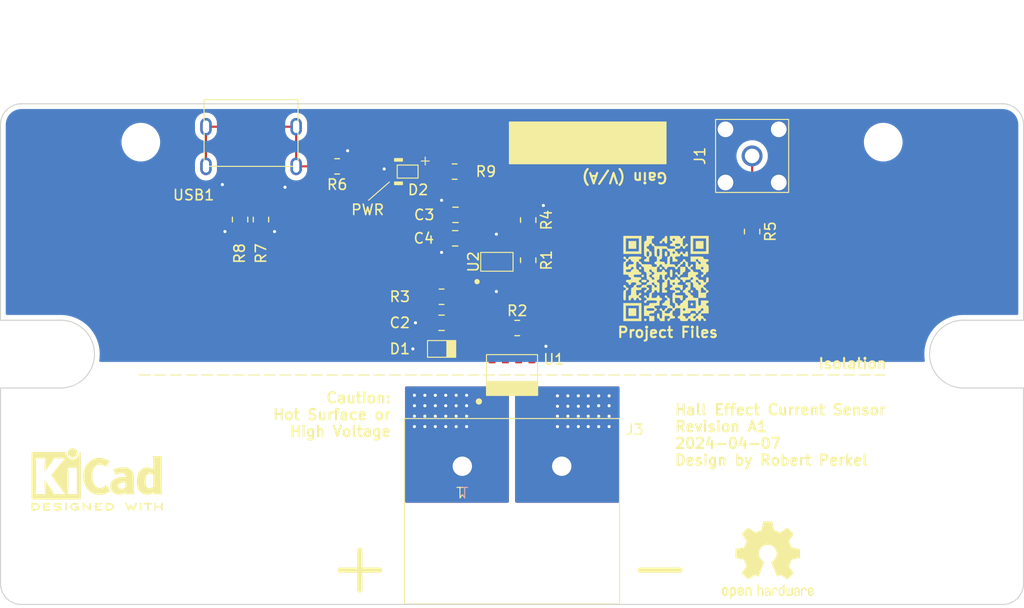
<source format=kicad_pcb>
(kicad_pcb (version 20240108) (generator "pcbnew") (generator_version "8.0")
  (title_block (title "Hall Effect Current Sensor") (date "2024-04-07") (rev "A1") (company "Design by Robert Perkel"))
  (layers (0 "F.Cu" signal) (31 "B.Cu" signal) (34 "B.Paste" user) (35 "F.Paste" user) (36 "B.SilkS" user "B.Silkscreen") (37 "F.SilkS" user "F.Silkscreen") (38 "B.Mask" user) (39 "F.Mask" user) (44 "Edge.Cuts" user))
  (net 0 "")
  (net 1 "Net-(D1-K)")
  (net 2 "GND")
  (net 3 "Net-(J1-In)")
  (net 5 "+5V")
  (net 6 "/SENSOR_OUT")
  (net 7 "Net-(D2-A)")
  (net 8 "Net-(U2-VOUT)")
  (net 9 "/IP+")
  (net 10 "/IP-")
  (net 11 "Net-(U2-IN-)")
  (net 12 "Net-(USB1-SHIELD)")
  (net 13 "Net-(USB1-CC1)")
  (net 14 "Net-(USB1-CC2)")
  (footprint "Resistor_SMD:R_0805_2012Metric_Pad1.20x1.40mm_HandSolder" (layer "F.Cu") (at 148.55 107 -90)
    (property "Reference" "R1" (at 0 -1.75 90) (layer "F.SilkS"))
    (property "Value" "910")
    (pad "1" smd roundrect (at -1 0 270) (size 1.2 1.4) (layers "F.Cu" "F.Paste" "F.Mask") (roundrect_rratio 0.208333) (net 11 "Net-(U2-IN-)"))
    (pad "2" smd roundrect (at 1 0 270) (size 1.2 1.4) (layers "F.Cu" "F.Paste" "F.Mask") (roundrect_rratio 0.208333) (net 8 "Net-(U2-VOUT)"))
  )
  (footprint "Resistor_SMD:R_0805_2012Metric_Pad1.20x1.40mm_HandSolder" (layer "F.Cu") (at 122.95 103.1 -90)
    (property "Reference" "R7" (at 3.25 0 90) (layer "F.SilkS"))
    (property "Value" "5.1k")
    (pad "1" smd roundrect (at -1 0 270) (size 1.2 1.4) (layers "F.Cu" "F.Paste" "F.Mask") (roundrect_rratio 0.208333) (net 13 "Net-(USB1-CC1)"))
    (pad "2" smd roundrect (at 1 0 270) (size 1.2 1.4) (layers "F.Cu" "F.Paste" "F.Mask") (roundrect_rratio 0.208333) (net 2 "GND"))
  )
  (footprint "Capacitor_SMD:C_0805_2012Metric_Pad1.18x1.45mm_HandSolder" (layer "F.Cu") (at 141.5875 102.65)
    (property "Reference" "C3" (at -3 0 360) (layer "F.SilkS"))
    (property "Value" "0.1uF")
    (pad "1" smd roundrect (at -1.0375 0) (size 1.175 1.45) (layers "F.Cu" "F.Paste" "F.Mask") (roundrect_rratio 0.212766) (net 2 "GND"))
    (pad "2" smd roundrect (at 1.0375 0) (size 1.175 1.45) (layers "F.Cu" "F.Paste" "F.Mask") (roundrect_rratio 0.212766) (net 5 "+5V"))
  )
  (footprint "Capacitor_SMD:C_0805_2012Metric_Pad1.18x1.45mm_HandSolder" (layer "F.Cu") (at 141.55 104.9)
    (property "Reference" "C4" (at -3 0 360) (layer "F.SilkS"))
    (property "Value" "10uF")
    (pad "1" smd roundrect (at -1.0375 0) (size 1.175 1.45) (layers "F.Cu" "F.Paste" "F.Mask") (roundrect_rratio 0.212766) (net 2 "GND"))
    (pad "2" smd roundrect (at 1.0375 0) (size 1.175 1.45) (layers "F.Cu" "F.Paste" "F.Mask") (roundrect_rratio 0.212766) (net 5 "+5V"))
  )
  (footprint "Resistor_SMD:R_0805_2012Metric_Pad1.20x1.40mm_HandSolder" (layer "F.Cu") (at 130.25 98 180)
    (property "Reference" "R6" (at 0 -1.75 180) (layer "F.SilkS"))
    (property "Value" "0")
    (pad "1" smd roundrect (at -1 0 180) (size 1.2 1.4) (layers "F.Cu" "F.Paste" "F.Mask") (roundrect_rratio 0.208333) (net 2 "GND"))
    (pad "2" smd roundrect (at 1 0 180) (size 1.2 1.4) (layers "F.Cu" "F.Paste" "F.Mask") (roundrect_rratio 0.208333) (net 12 "Net-(USB1-SHIELD)"))
  )
  (footprint "Symbol:OSHW-Logo2_9.8x8mm_SilkScreen" (layer "F.Cu") (at 171.5 135.75)
    (property "Reference" "REF**" (hide yes))
    (property "Value" "OSHW-Logo2_9.8x8mm_SilkScreen" (hide yes))
  )
  (footprint "StandardPackages_Custom:SOT23-6" (layer "F.Cu") (at 145.55 107.15 90)
    (property "Reference" "U2" (at 0 -2.25 90) (layer "F.SilkS"))
    (property "Value" "MCP633" (hide yes))
    (pad "1" smd rect (at -1.4 -0.95 90) (size 1.1 0.6) (layers "F.Cu" "F.Paste" "F.Mask") (net 8 "Net-(U2-VOUT)"))
    (pad "2" smd rect (at -1.4 0 90) (size 1.1 0.6) (layers "F.Cu" "F.Paste" "F.Mask") (net 2 "GND"))
    (pad "3" smd rect (at -1.4 0.95 90) (size 1.1 0.6) (layers "F.Cu" "F.Paste" "F.Mask") (net 6 "/SENSOR_OUT"))
    (pad "4" smd rect (at 1.4 0.95 90) (size 1.1 0.6) (layers "F.Cu" "F.Paste" "F.Mask") (net 11 "Net-(U2-IN-)"))
    (pad "5" smd rect (at 1.4 0 90) (size 1.1 0.6) (layers "F.Cu" "F.Paste" "F.Mask") (net 2 "GND"))
    (pad "6" smd rect (at 1.4 -0.95 90) (size 1.1 0.6) (layers "F.Cu" "F.Paste" "F.Mask") (net 5 "+5V"))
  )
  (footprint "Current Sensor PCB Library:10164359-00011LF" (layer "F.Cu") (at 122 98 180)
    (property "Reference" "USB1" (at 5.5 -2.75 0) (layer "F.SilkS"))
    (property "Value" "USB_C_Receptacle_PowerOnly_6P" (hide yes))
    (pad "A5" smd rect (at -0.5 0 180) (size 0.7 1.2) (layers "F.Cu" "F.Paste" "F.Mask") (net 13 "Net-(USB1-CC1)"))
    (pad "A9" smd rect (at 1.52 0 180) (size 0.76 1.2) (layers "F.Cu" "F.Paste" "F.Mask") (net 5 "+5V"))
    (pad "A12" smd rect (at 2.75 0 180) (size 0.8 1.2) (layers "F.Cu" "F.Paste" "F.Mask") (net 2 "GND"))
    (pad "B5" smd rect (at 0.5 0 180) (size 0.7 1.2) (layers "F.Cu" "F.Paste" "F.Mask") (net 14 "Net-(USB1-CC2)"))
    (pad "B9" smd rect (at -1.52 0 180) (size 0.76 1.2) (layers "F.Cu" "F.Paste" "F.Mask") (net 5 "+5V"))
    (pad "B12" smd rect (at -2.75 0 180) (size 0.8 1.2) (layers "F.Cu" "F.Paste" "F.Mask") (net 2 "GND"))
    (pad "S1" thru_hole roundrect (at -4.32 0) (size 1.1 1.7) (drill oval 0.6 1.2) (layers "*.Cu" "*.Mask") (roundrect_rratio 0.5) (net 12 "Net-(USB1-SHIELD)"))
    (pad "S1" thru_hole roundrect (at -4.32 3.8) (size 1.1 1.7) (drill oval 0.6 1.2) (layers "*.Cu" "*.Mask") (roundrect_rratio 0.5) (net 12 "Net-(USB1-SHIELD)"))
    (pad "S1" thru_hole roundrect (at 4.32 0) (size 1.1 1.7) (drill oval 0.6 1.2) (layers "*.Cu" "*.Mask") (roundrect_rratio 0.5) (net 12 "Net-(USB1-SHIELD)"))
    (pad "S1" thru_hole roundrect (at 4.32 3.8) (size 1.1 1.7) (drill oval 0.6 1.2) (layers "*.Cu" "*.Mask") (roundrect_rratio 0.5) (net 12 "Net-(USB1-SHIELD)"))
  )
  (footprint "MountingHole:MountingHole_3.2mm_M3_ISO14580" (layer "F.Cu") (at 182.56 95.68)
    (property "Reference" "REF**" (hide yes))
    (property "Value" "MountingHole_3.2mm_M3_ISO14580" (hide yes))
    (pad "" np_thru_hole circle (at 0 0) (size 3.2 3.2) (drill 3.2) (layers "F&B.Cu" "*.Mask"))
  )
  (footprint "Current Sensor PCB Library:CONSMA002-L-G" (layer "F.Cu") (at 170 97 90)
    (property "Reference" "J1" (at 0 -5 90) (layer "F.SilkS"))
    (property "Value" "SMA" (hide yes))
    (pad "1" thru_hole circle (at 0 0 90) (size 2 2) (drill 1.4) (layers "*.Cu" "*.Mask") (net 3 "Net-(J1-In)"))
    (pad "2" thru_hole circle (at -2.55 -2.55 90) (size 2.1 2.1) (drill 1.5) (layers "*.Cu" "*.Mask") (net 2 "GND"))
    (pad "2" thru_hole circle (at -2.55 2.55 90) (size 2.1 2.1) (drill 1.5) (layers "*.Cu" "*.Mask") (net 2 "GND"))
    (pad "2" thru_hole circle (at 2.55 -2.55 90) (size 2.1 2.1) (drill 1.5) (layers "*.Cu" "*.Mask") (net 2 "GND"))
    (pad "2" thru_hole circle (at 2.55 2.55 90) (size 2.1 2.1) (drill 1.5) (layers "*.Cu" "*.Mask") (net 2 "GND"))
  )
  (footprint "LOGO" (layer "F.Cu") (at 161.75 108.75)
    (property "Reference" "G***" (hide yes))
    (property "Value" "LOGO" (hide yes))
  )
  (footprint "StandardPackages_Custom:LED 0805" (layer "F.Cu") (at 137 98.5)
    (property "Reference" "D2" (at 1 1.75 0) (layer "F.SilkS"))
    (property "Value" "LED" (hide yes))
    (fp_text user "+" (at 1 -0.5 0) (layer "F.SilkS") (effects (font (thickness 0.1)) (justify left bottom)))
    (pad "1" smd rect (at -0.9 0 180) (size 0.8 1.45) (layers "F.Cu" "F.Paste" "F.Mask") (net 2 "GND"))
    (pad "2" smd rect (at 0.9 0 180) (size 0.8 1.45) (layers "F.Cu" "F.Paste" "F.Mask") (net 7 "Net-(D2-A)"))
  )
  (footprint "Symbol:KiCad-Logo2_5mm_SilkScreen" (layer "F.Cu") (at 107.25 128)
    (property "Reference" "REF**" (hide yes))
    (property "Value" "KiCad-Logo2_5mm_SilkScreen" (hide yes))
  )
  (footprint "MountingHole:MountingHole_3.2mm_M3_ISO14580" (layer "F.Cu") (at 111.44 136.32)
    (property "Reference" "REF**" (hide yes))
    (property "Value" "MountingHole_3.2mm_M3_ISO14580" (hide yes))
    (pad "" np_thru_hole circle (at 0 0) (size 3.2 3.2) (drill 3.2) (layers "*.Cu" "*.Mask"))
  )
  (footprint "Capacitor_SMD:C_0805_2012Metric_Pad1.18x1.45mm_HandSolder" (layer "F.Cu") (at 140.25 113)
    (property "Reference" "C2" (at -4 0 360) (layer "F.SilkS"))
    (property "Value" "0.1uF")
    (pad "1" smd roundrect (at -1.0375 0) (size 1.175 1.45) (layers "F.Cu" "F.Paste" "F.Mask") (roundrect_rratio 0.212766) (net 2 "GND"))
    (pad "2" smd roundrect (at 1.0375 0) (size 1.175 1.45) (layers "F.Cu" "F.Paste" "F.Mask") (roundrect_rratio 0.212766) (net 1 "Net-(D1-K)"))
  )
  (footprint "Resistor_SMD:R_0805_2012Metric_Pad1.20x1.40mm_HandSolder" (layer "F.Cu") (at 141.5 98.5 180)
    (property "Reference" "R9" (at -3 0 180) (layer "F.SilkS"))
    (property "Value" "1.8k")
    (pad "1" smd roundrect (at -1 0 180) (size 1.2 1.4) (layers "F.Cu" "F.Paste" "F.Mask") (roundrect_rratio 0.208333) (net 5 "+5V"))
    (pad "2" smd roundrect (at 1 0 180) (size 1.2 1.4) (layers "F.Cu" "F.Paste" "F.Mask") (roundrect_rratio 0.208333) (net 7 "Net-(D2-A)"))
  )
  (footprint "MountingHole:MountingHole_3.2mm_M3_ISO14580" (layer "F.Cu") (at 182.56 136.32)
    (property "Reference" "REF**" (hide yes))
    (property "Value" "MountingHole_3.2mm_M3_ISO14580" (hide yes))
    (pad "" np_thru_hole circle (at 0 0) (size 3.2 3.2) (drill 3.2) (layers "F&B.Cu" "*.Mask"))
  )
  (footprint "Resistor_SMD:R_0805_2012Metric_Pad1.20x1.40mm_HandSolder" (layer "F.Cu") (at 148.55 103.15 -90)
    (property "Reference" "R4" (at 0 -1.75 90) (layer "F.SilkS"))
    (property "Value" "1.8k")
    (pad "1" smd roundrect (at -1 0 270) (size 1.2 1.4) (layers "F.Cu" "F.Paste" "F.Mask") (roundrect_rratio 0.208333) (net 2 "GND"))
    (pad "2" smd roundrect (at 1 0 270) (size 1.2 1.4) (layers "F.Cu" "F.Paste" "F.Mask") (roundrect_rratio 0.208333) (net 11 "Net-(U2-IN-)"))
  )
  (footprint "Current Sensor PCB Library:6PCV-02-007" (layer "F.Cu") (at 147 126.75)
    (property "Reference" "J3" (at 11.75 -3.5 0) (layer "F.SilkS"))
    (property "Value" "Screw_Terminal_01x02" (hide yes))
    (fp_text user "1" (at -5.08 1.905 180) (layer "B.SilkS") (effects (font (thickness 0.1)) (justify left bottom mirror)))
    (fp_text user "1" (at -4.445 1.905 180) (layer "F.SilkS") (effects (font (thickness 0.1)) (justify left bottom)))
    (pad "1" thru_hole circle (at -4.7625 0 90) (size 2.54 2.54) (drill 1.8542) (layers "*.Cu" "*.Mask") (net 9 "/IP+"))
    (pad "2" thru_hole circle (at 4.7625 0 90) (size 2.54 2.54) (drill 1.8542) (layers "*.Cu" "*.Mask") (net 10 "/IP-"))
  )
  (footprint "Resistor_SMD:R_0805_2012Metric_Pad1.20x1.40mm_HandSolder" (layer "F.Cu") (at 120.95 103.1 -90)
    (property "Reference" "R8" (at 3.25 0.05 90) (layer "F.SilkS"))
    (property "Value" "5.1k")
    (pad "1" smd roundrect (at -1 0 270) (size 1.2 1.4) (layers "F.Cu" "F.Paste" "F.Mask") (roundrect_rratio 0.208333) (net 14 "Net-(USB1-CC2)"))
    (pad "2" smd roundrect (at 1 0 270) (size 1.2 1.4) (layers "F.Cu" "F.Paste" "F.Mask") (roundrect_rratio 0.208333) (net 2 "GND"))
  )
  (footprint "MountingHole:MountingHole_3.2mm_M3_ISO14580" (layer "F.Cu") (at 111.44 95.68)
    (property "Reference" "REF**" (hide yes))
    (property "Value" "MountingHole_3.2mm_M3_ISO14580" (hide yes))
    (pad "" np_thru_hole circle (at 0 0) (size 3.2 3.2) (drill 3.2) (layers "F&B.Cu" "*.Mask"))
  )
  (footprint "Resistor_SMD:R_0805_2012Metric_Pad1.20x1.40mm_HandSolder" (layer "F.Cu") (at 147.5 113.5)
    (property "Reference" "R2" (at 0 -1.65 360) (layer "F.SilkS"))
    (property "Value" "100k")
    (pad "1" smd roundrect (at -1 0) (size 1.2 1.4) (layers "F.Cu" "F.Paste" "F.Mask") (roundrect_rratio 0.208333) (net 6 "/SENSOR_OUT"))
    (pad "2" smd roundrect (at 1 0) (size 1.2 1.4) (layers "F.Cu" "F.Paste" "F.Mask") (roundrect_rratio 0.208333) (net 2 "GND"))
  )
  (footprint "Resistor_SMD:R_0805_2012Metric_Pad1.20x1.40mm_HandSolder" (layer "F.Cu") (at 140.25 110.5 180)
    (property "Reference" "R3" (at 4 0 180) (layer "F.SilkS"))
    (property "Value" "50")
    (pad "1" smd roundrect (at -1 0 180) (size 1.2 1.4) (layers "F.Cu" "F.Paste" "F.Mask") (roundrect_rratio 0.208333) (net 1 "Net-(D1-K)"))
    (pad "2" smd roundrect (at 1 0 180) (size 1.2 1.4) (layers "F.Cu" "F.Paste" "F.Mask") (roundrect_rratio 0.208333) (net 5 "+5V"))
  )
  (footprint "Resistor_SMD:R_0805_2012Metric_Pad1.20x1.40mm_HandSolder" (layer "F.Cu") (at 170 104.25 90)
    (property "Reference" "R5" (at 0 1.75 270) (layer "F.SilkS"))
    (property "Value" "50")
    (pad "1" smd roundrect (at -1 0 90) (size 1.2 1.4) (layers "F.Cu" "F.Paste" "F.Mask") (roundrect_rratio 0.208333) (net 8 "Net-(U2-VOUT)"))
    (pad "2" smd roundrect (at 1 0 90) (size 1.2 1.4) (layers "F.Cu" "F.Paste" "F.Mask") (roundrect_rratio 0.208333) (net 3 "Net-(J1-In)"))
  )
  (footprint "StandardPackages_Custom:SOT-123" (layer "F.Cu") (at 140.25 115.5 180)
    (property "Reference" "D1" (at 4 0 0) (layer "F.SilkS"))
    (property "Value" "MMSZ4684T1G" (hide yes))
    (pad "1" smd rect (at -1.635 0 180) (size 0.91 1.22) (layers "F.Cu" "F.Paste" "F.Mask") (net 1 "Net-(D1-K)"))
    (pad "2" smd rect (at 1.635 0 180) (size 0.91 1.22) (layers "F.Cu" "F.Paste" "F.Mask") (net 2 "GND"))
  )
  (footprint "Current Sensor PCB Library:Custom 6-pin SOIC (only for ACS37030ACS37032)" (layer "F.Cu") (at 147 118 90)
    (property "Reference" "U1" (at 1.5 4 0) (layer "F.SilkS"))
    (property "Value" "ACS37030" (hide yes))
    (pad "1" smd rect (at -1.905 -1.27 90) (size 1.58 1.92) (layers "F.Cu" "F.Paste" "F.Mask") (net 9 "/IP+"))
    (pad "2" smd rect (at -1.905 1.27 90) (size 1.58 1.92) (layers "F.Cu" "F.Paste" "F.Mask") (net 10 "/IP-"))
    (pad "3" smd rect (at 1.905 1.905 90) (size 1.58 0.65) (layers "F.Cu" "F.Paste" "F.Mask") (net 2 "GND"))
    (pad "4" smd rect (at 1.905 0.635 90) (size 1.58 0.65) (layers "F.Cu" "F.Paste" "F.Mask"))
    (pad "5" smd rect (at 1.905 -0.635 90) (size 1.58 0.65) (layers "F.Cu" "F.Paste" "F.Mask") (net 6 "/SENSOR_OUT"))
    (pad "6" smd rect (at 1.905 -1.905 90) (size 1.58 0.65) (layers "F.Cu" "F.Paste" "F.Mask") (net 1 "Net-(D1-K)"))
  )
  (gr_line (start 111.25 118) (end 182.75 118) (stroke (width 0.1) (type dash)) (layer "F.SilkS"))
  (gr_rect (start 146.75 93.75) (end 161.75 97.75) (stroke (width 0.1)) (fill solid) (layer "F.SilkS"))
  (gr_line (start 135.25 99.5) (end 133.25 101.25) (stroke (width 0.1)) (layer "F.SilkS"))
  (gr_line (start 103.75 112.75) (end 98 112.75) (stroke (width 0.1)) (layer "Edge.Cuts"))
  (gr_line (start 196 119.25) (end 196 138) (stroke (width 0.1)) (layer "Edge.Cuts"))
  (gr_line (start 190.25 119.25) (end 196 119.25) (stroke (width 0.1)) (layer "Edge.Cuts"))
  (gr_arc (start 194 92) (mid 195.414214 92.585786) (end 196 94) (stroke (width 0.1)) (layer "Edge.Cuts"))
  (gr_arc (start 100 140) (mid 98.585786 139.414214) (end 98 138) (stroke (width 0.1)) (layer "Edge.Cuts"))
  (gr_line (start 100 140) (end 194 140) (stroke (width 0.1)) (layer "Edge.Cuts"))
  (gr_line (start 196 94) (end 196 112.75) (stroke (width 0.1)) (layer "Edge.Cuts"))
  (gr_line (start 98 138) (end 98 119.25) (stroke (width 0.1)) (layer "Edge.Cuts"))
  (gr_line (start 98 119.25) (end 103.75 119.25) (stroke (width 0.1)) (layer "Edge.Cuts"))
  (gr_arc (start 103.75 112.75) (mid 107 116) (end 103.75 119.25) (stroke (width 0.1)) (layer "Edge.Cuts"))
  (gr_line (start 98 112.75) (end 98 94) (stroke (width 0.1)) (layer "Edge.Cuts"))
  (gr_line (start 196 112.75) (end 190.25 112.75) (stroke (width 0.1)) (layer "Edge.Cuts"))
  (gr_line (start 100 92) (end 194 92) (stroke (width 0.1)) (layer "Edge.Cuts"))
  (gr_arc (start 196 138) (mid 195.414214 139.414214) (end 194 140) (stroke (width 0.1)) (layer "Edge.Cuts"))
  (gr_arc (start 98 94) (mid 98.585786 92.585786) (end 100 92) (stroke (width 0.1)) (layer "Edge.Cuts"))
  (gr_arc (start 190.25 119.25) (mid 187 116) (end 190.25 112.75) (stroke (width 0.1)) (layer "Edge.Cuts"))
  (gr_text "${TITLE}\nRevision ${REVISION}\n${ISSUE_DATE}\nDesign by Robert Perkel" (at 162.5 126.75 0) (layer "F.SilkS") (effects (font (size 1 1) (thickness 0.2) (bold yes)) (justify left bottom)))
  (gr_text "+" (at 129 139.25 0) (layer "F.SilkS") (effects (font (size 5 5) (thickness 0.5)) (justify left bottom)))
  (gr_text "Gain (V/A)" (at 162 98.5 180) (layer "F.SilkS") (effects (font (size 1 1) (thickness 0.2) (bold yes)) (justify left bottom)))
  (gr_text "Project Files" (at 157 114.5 0) (layer "F.SilkS") (effects (font (size 1 1) (thickness 0.2) (bold yes)) (justify left bottom)))
  (gr_text "Isolation" (at 176.25 117.5 0) (layer "F.SilkS") (effects (font (size 1 1) (thickness 0.2) (bold yes)) (justify left bottom)))
  (gr_text "PWR" (at 131.5 102.75 0) (layer "F.SilkS") (effects (font (size 1 1)) (justify left bottom)))
  (gr_text "-" (at 157.75 139.25 0) (layer "F.SilkS") (effects (font (size 5 5) (thickness 0.5)) (justify left bottom)))
  (gr_text "Caution:\nHot Surface or\nHigh Voltage" (at 135.5 124 0) (layer "F.SilkS") (effects (font (size 1 1) (thickness 0.2) (bold yes)) (justify right bottom)))
  (segment (start 141.2875 114.9025) (end 141.885 115.5) (width 0.4) (layer "F.Cu") (net 1))
  (segment (start 141.2875 113) (end 141.2875 110.5375) (width 0.4) (layer "F.Cu") (net 1))
  (segment (start 142.48 116.095) (end 141.885 115.5) (width 0.4) (layer "F.Cu") (net 1))
  (segment (start 145.095 116.095) (end 142.48 116.095) (width 0.4) (layer "F.Cu") (net 1))
  (segment (start 141.2875 113) (end 141.2875 114.9025) (width 0.4) (layer "F.Cu") (net 1))
  (segment (start 141.2875 110.5375) (end 141.25 110.5) (width 0.4) (layer "F.Cu") (net 1))
  (segment (start 135 98.5) (end 136.35 98.5) (width 0.2) (layer "F.Cu") (net 2))
  (segment (start 119.65 104.1) (end 119.5 104.25) (width 0.2) (layer "F.Cu") (net 2))
  (segment (start 124.75 98) (end 124.75 99.5) (width 0.4) (layer "F.Cu") (net 2))
  (segment (start 149.6 102.15) (end 150 101.75) (width 0.4) (layer "F.Cu") (net 2))
  (segment (start 124.1 104.1) (end 124.25 104.25) (width 0.2) (layer "F.Cu") (net 2))
  (segment (start 140.5125 104.9) (end 140.5125 105.9875) (width 0.4) (layer "F.Cu") (net 2))
  (segment (start 145.55 108.55) (end 145.55 109.95) (width 0.4) (layer "F.Cu") (net 2))
  (segment (start 119.25 98) (end 119.25 99.75) (width 0.4) (layer "F.Cu") (net 2))
  (segment (start 140.55 101.55) (end 140.25 101.25) (width 0.4) (layer "F.Cu") (net 2))
  (segment (start 149 116) (end 148.905 116.095) (width 0.2) (layer "F.Cu") (net 2))
  (segment (start 148.905 116.095) (end 149.405 116.095) (width 0.2) (layer "F.Cu") (net 2))
  (segment (start 140.55 102.65) (end 140.55 104.8625) (width 0.4) (layer "F.Cu") (net 2))
  (segment (start 122.95 104.1) (end 124.1 104.1) (width 0.2) (layer "F.Cu") (net 2))
  (segment (start 134.75 98.25) (end 135 98.5) (width 0.2) (layer "F.Cu") (net 2))
  (segment (start 148.55 102.15) (end 149.6 102.15) (width 0.4) (layer "F.Cu") (net 2))
  (segment (start 145.55 105.75) (end 145.55 104.55) (width 0.2) (layer "F.Cu") (net 2))
  (segment (start 139.2125 113) (end 137.75 113) (width 0.2) (layer "F.Cu") (net 2))
  (segment (start 120.95 104.1) (end 119.65 104.1) (width 0.2) (layer "F.Cu") (net 2))
  (segment (start 124.75 99.5) (end 125.25 100) (width 0.4) (layer "F.Cu") (net 2))
  (segment (start 145.55 104.55) (end 145.5 104.5) (width 0.2) (layer "F.Cu") (net 2))
  (segment (start 131.25 98) (end 131.25 96.5) (width 0.2) (layer "F.Cu") (net 2))
  (segment (start 149.405 116.095) (end 150.25 115.25) (width 0.2) (layer "F.Cu") (net 2))
  (segment (start 148.5 113.5) (end 149 114) (width 0.2) (layer "F.Cu") (net 2))
  (segment (start 140.55 104.8625) (end 140.5125 104.9) (width 0.4) (layer "F.Cu") (net 2))
  (segment (start 140.5125 105.9875) (end 140.25 106.25) (width 0.4) (layer "F.Cu") (net 2))
  (segment (start 149 114) (end 149 116) (width 0.2) (layer "F.Cu") (net 2))
  (segment (start 138.615 115.5) (end 137.5 115.5) (width 0.2) (layer "F.Cu") (net 2))
  (segment (start 145.55 109.95) (end 145.5 110) (width 0.4) (layer "F.Cu") (net 2))
  (segment (start 140.55 102.65) (end 140.55 101.55) (width 0.4) (layer "F.Cu") (net 2))
  (via (at 134.75 98.25) (size 0.6) (drill 0.3) (layers "F.Cu" "B.Cu") (net 2))
  (via (at 140.25 106.25) (size 0.6) (drill 0.3) (layers "F.Cu" "B.Cu") (net 2))
  (via (at 140.25 101.25) (size 0.6) (drill 0.3) (layers "F.Cu" "B.Cu") (net 2))
  (via (at 145.5 110) (size 0.6) (drill 0.3) (layers "F.Cu" "B.Cu") (net 2))
  (via (at 124.25 104.25) (size 0.6) (drill 0.3) (layers "F.Cu" "B.Cu") (net 2))
  (via (at 119.5 104.25) (size 0.6) (drill 0.3) (layers "F.Cu" "B.Cu") (net 2))
  (via (at 125.25 100) (size 0.6) (drill 0.3) (layers "F.Cu" "B.Cu") (net 2))
  (via (at 145.5 104.5) (size 0.6) (drill 0.3) (layers "F.Cu" "B.Cu") (net 2))
  (via (at 150 101.75) (size 0.6) (drill 0.3) (layers "F.Cu" "B.Cu") (net 2))
  (via (at 137.75 113) (size 0.6) (drill 0.3) (layers "F.Cu" "B.Cu") (net 2))
  (via (at 119.25 99.75) (size 0.6) (drill 0.3) (layers "F.Cu" "B.Cu") (net 2))
  (via (at 150.25 115.25) (size 0.6) (drill 0.3) (layers "F.Cu" "B.Cu") (net 2))
  (via (at 137.5 115.5) (size 0.6) (drill 0.3) (layers "F.Cu" "B.Cu") (net 2))
  (via (at 131.25 96.5) (size 0.6) (drill 0.3) (layers "F.Cu" "B.Cu") (net 2))
  (segment (start 170 103.25) (end 170 97) (width 0.2) (layer "F.Cu") (net 3))
  (segment (start 120.48 97.27) (end 121 96.75) (width 0.4) (layer "F.Cu") (net 5))
  (segment (start 142.625 102.65) (end 142.625 104.8625) (width 0.4) (layer "F.Cu") (net 5))
  (segment (start 142.625 104.8625) (end 142.5875 104.9) (width 0.4) (layer "F.Cu") (net 5))
  (segment (start 123.52 100.02) (end 134 110.5) (width 0.4) (layer "F.Cu") (net 5))
  (segment (start 142.5875 104.9) (end 143.75 104.9) (width 0.4) (layer "F.Cu") (net 5))
  (segment (start 142.625 98.625) (end 142.5 98.5) (width 0.4) (layer "F.Cu") (net 5))
  (segment (start 142.625 102.65) (end 142.625 98.625) (width 0.4) (layer "F.Cu") (net 5))
  (segment (start 142.5875 106.0125) (end 142.5875 104.9) (width 0.4) (layer "F.Cu") (net 5))
  (segment (start 120.48 98) (end 120.48 97.27) (width 0.4) (layer "F.Cu") (net 5))
  (segment (start 123.52 97.27) (end 123.52 98) (width 0.4) (layer "F.Cu") (net 5))
  (segment (start 139.25 110.5) (end 139.25 109.35) (width 0.4) (layer "F.Cu") (net 5))
  (segment (start 139.25 109.35) (end 142.5875 106.0125) (width 0.4) (layer "F.Cu") (net 5))
  (segment (start 134 110.5) (end 139.25 110.5) (width 0.4) (layer "F.Cu") (net 5))
  (segment (start 121 96.75) (end 123 96.75) (width 0.4) (layer "F.Cu") (net 5))
  (segment (start 123.52 98) (end 123.52 100.02) (width 0.4) (layer "F.Cu") (net 5))
  (segment (start 123 96.75) (end 123.52 97.27) (width 0.4) (layer "F.Cu") (net 5))
  (segment (start 143.75 104.9) (end 144.6 105.75) (width 0.4) (layer "F.Cu") (net 5))
  (segment (start 146.365 113.635) (end 146.5 113.5) (width 0.2) (layer "F.Cu") (net 6))
  (segment (start 146.5 108.55) (end 146.5 113.5) (width 0.2) (layer "F.Cu") (net 6))
  (segment (start 146.365 116.095) (end 146.365 113.635) (width 0.2) (layer "F.Cu") (net 6))
  (segment (start 140.5 98.5) (end 138.15 98.5) (width 0.2) (layer "F.Cu") (net 7))
  (segment (start 148.55 108) (end 168.5 108) (width 0.2) (layer "F.Cu") (net 8))
  (segment (start 147.5 108) (end 148.55 108) (width 0.2) (layer "F.Cu") (net 8))
  (segment (start 146.75 107.25) (end 147.5 108) (width 0.2) (layer "F.Cu") (net 8))
  (segment (start 145 107.25) (end 146.75 107.25) (width 0.2) (layer "F.Cu") (net 8))
  (segment (start 168.5 108) (end 170 106.5) (width 0.2) (layer "F.Cu") (net 8))
  (segment (start 144.6 107.65) (end 145 107.25) (width 0.2) (layer "F.Cu") (net 8))
  (segment (start 170 106.5) (end 170 105.25) (width 0.2) (layer "F.Cu") (net 8))
  (segment (start 144.6 108.55) (end 144.6 107.65) (width 0.2) (layer "F.Cu") (net 8))
  (via (at 140.65 122.95) (size 0.6) (drill 0.3) (layers "F.Cu" "B.Cu") (net 9))
  (via (at 139.65 121.95) (size 0.6) (drill 0.3) (layers "F.Cu" "B.Cu") (net 9))
  (via (at 138.65 121.95) (size 0.6) (drill 0.3) (layers "F.Cu" "B.Cu") (net 9))
  (via (at 137.65 122.95) (size 0.6) (drill 0.3) (layers "F.Cu" "B.Cu") (net 9))
  (via (at 139.65 120.95) (size 0.6) (drill 0.3) (layers "F.Cu" "B.Cu") (net 9))
  (via (at 141.65 122.95) (size 0.6) (drill 0.3) (layers "F.Cu" "B.Cu") (net 9))
  (via (at 142.65 120.95) (size 0.6) (drill 0.3) (layers "F.Cu" "B.Cu") (net 9))
  (via (at 137.65 121.95) (size 0.6) (drill 0.3) (layers "F.Cu" "B.Cu") (net 9))
  (via (at 138.65 120.95) (size 0.6) (drill 0.3) (layers "F.Cu" "B.Cu") (net 9))
  (via (at 137.65 120.95) (size 0.6) (drill 0.3) (layers "F.Cu" "B.Cu") (net 9))
  (via (at 141.65 120.95) (size 0.6) (drill 0.3) (layers "F.Cu" "B.Cu") (net 9))
  (via (at 139.65 119.95) (size 0.6) (drill 0.3) (layers "F.Cu" "B.Cu") (net 9))
  (via (at 138.65 122.95) (size 0.6) (drill 0.3) (layers "F.Cu" "B.Cu") (net 9))
  (via (at 141.65 119.95) (size 0.6) (drill 0.3) (layers "F.Cu" "B.Cu") (net 9))
  (via (at 140.65 120.95) (size 0.6) (drill 0.3) (layers "F.Cu" "B.Cu") (net 9))
  (via (at 137.65 119.95) (size 0.6) (drill 0.3) (layers "F.Cu" "B.Cu") (net 9))
  (via (at 142.65 121.95) (size 0.6) (drill 0.3) (layers "F.Cu" "B.Cu") (net 9))
  (via (at 140.65 121.95) (size 0.6) (drill 0.3) (layers "F.Cu" "B.Cu") (net 9))
  (via (at 142.65 122.95) (size 0.6) (drill 0.3) (layers "F.Cu" "B.Cu") (net 9))
  (via (at 142.65 119.95) (size 0.6) (drill 0.3) (layers "F.Cu" "B.Cu") (net 9))
  (via (at 138.65 119.95) (size 0.6) (drill 0.3) (layers "F.Cu" "B.Cu") (net 9))
  (via (at 140.65 119.95) (size 0.6) (drill 0.3) (layers "F.Cu" "B.Cu") (net 9))
  (via (at 141.65 121.95) (size 0.6) (drill 0.3) (layers "F.Cu" "B.Cu") (net 9))
  (via (at 139.65 122.95) (size 0.6) (drill 0.3) (layers "F.Cu" "B.Cu") (net 9))
  (via (at 152.35 120) (size 0.6) (drill 0.3) (layers "F.Cu" "B.Cu") (net 10))
  (via (at 155.3 122.95) (size 0.6) (drill 0.3) (layers "F.Cu" "B.Cu") (net 10))
  (via (at 151.35 121.95) (size 0.6) (drill 0.3) (layers "F.Cu" "B.Cu") (net 10))
  (via (at 153.35 121.95) (size 0.6) (drill 0.3) (layers "F.Cu" "B.Cu") (net 10))
  (via (at 153.35 120) (size 0.6) (drill 0.3) (layers "F.Cu" "B.Cu") (net 10))
  (via (at 151.35 122.95) (size 0.6) (drill 0.3) (layers "F.Cu" "B.Cu") (net 10))
  (via (at 153.35 122.95) (size 0.6) (drill 0.3) (layers "F.Cu" "B.Cu") (net 10))
  (via (at 152.35 122.95) (size 0.6) (drill 0.3) (layers "F.Cu" "B.Cu") (net 10))
  (via (at 154.3 121) (size 0.6) (drill 0.3) (layers "F.Cu" "B.Cu") (net 10))
  (via (at 154.3 121.95) (size 0.6) (drill 0.3) (layers "F.Cu" "B.Cu") (net 10))
  (via (at 151.35 120) (size 0.6) (drill 0.3) (layers "F.Cu" "B.Cu") (net 10))
  (via (at 156.3 120) (size 0.6) (drill 0.3) (layers "F.Cu" "B.Cu") (net 10))
  (via (at 152.35 121) (size 0.6) (drill 0.3) (layers "F.Cu" "B.Cu") (net 10))
  (via (at 156.3 122.95) (size 0.6) (drill 0.3) (layers "F.Cu" "B.Cu") (net 10))
  (via (at 156.3 120.95) (size 0.6) (drill 0.3) (layers "F.Cu" "B.Cu") (net 10))
  (via (at 155.3 120.95) (size 0.6) (drill 0.3) (layers "F.Cu" "B.Cu") (net 10))
  (via (at 153.35 121) (size 0.6) (drill 0.3) (layers "F.Cu" "B.Cu") (net 10))
  (via (at 155.3 121.95) (size 0.6) (drill 0.3) (layers "F.Cu" "B.Cu") (net 10))
  (via (at 154.3 122.95) (size 0.6) (drill 0.3) (layers "F.Cu" "B.Cu") (net 10))
  (via (at 155.3 120) (size 0.6) (drill 0.3) (layers "F.Cu" "B.Cu") (net 10))
  (via (at 151.35 121) (size 0.6) (drill 0.3) (layers "F.Cu" "B.Cu") (net 10))
  (via (at 156.3 121.95) (size 0.6) (drill 0.3) (layers "F.Cu" "B.Cu") (net 10))
  (via (at 152.35 121.95) (size 0.6) (drill 0.3) (layers "F.Cu" "B.Cu") (net 10))
  (via (at 154.3 120) (size 0.6) (drill 0.3) (layers "F.Cu" "B.Cu") (net 10))
  (segment (start 146.5 105.75) (end 148.15 105.75) (width 0.2) (layer "F.Cu") (net 11))
  (segment (start 148.55 106.15) (end 148.55 104.15) (width 0.2) (layer "F.Cu") (net 11))
  (segment (start 148.15 105.75) (end 148.55 106.15) (width 0.2) (layer "F.Cu") (net 11))
  (segment (start 126.32 98) (end 129.25 98) (width 0.2) (layer "F.Cu") (net 12))
  (segment (start 126.32 94.2) (end 117.68 94.2) (width 0.2) (layer "F.Cu") (net 12))
  (segment (start 117.68 98) (end 117.68 94.2) (width 0.2) (layer "F.Cu") (net 12))
  (segment (start 126.32 98) (end 126.32 94.2) (width 0.2) (layer "F.Cu") (net 12))
  (segment (start 122.5 101.6) (end 122.5 98) (width 0.2) (layer "F.Cu") (net 13))
  (segment (start 123.25 102.25) (end 123.15 102.25) (width 0.2) (layer "F.Cu") (net 13))
  (segment (start 123.15 102.25) (end 122.5 101.6) (width 0.2) (layer "F.Cu") (net 13))
  (segment (start 121.5 98) (end 121.5 102) (width 0.2) (layer "F.Cu") (net 14))
  (segment (start 121.5 102) (end 121.25 102.25) (width 0.2) (layer "F.Cu") (net 14))
  (zone (net 10) (net_name "/IP-") (layers "F&B.Cu") (connect_pads yes (clearance 0.5)) (min_thickness 0.25) (fill yes (thermal_gap 0.5) (thermal_bridge_width 0.5))
    (polygon (pts (xy 147.3 119.1) (xy 147.3 130.25) (xy 157.3 130.25) (xy 157.3 119.1)))
  )
  (zone (net 9) (net_name "/IP+") (layers "F&B.Cu") (priority 1) (connect_pads yes (clearance 0.5)) (min_thickness 0.25) (fill yes (thermal_gap 0.5) (thermal_bridge_width 0.5))
    (polygon (pts (xy 146.7 119.1) (xy 146.7 130.25) (xy 136.75 130.25) (xy 136.75 119.1)))
  )
  (zone (net 2) (net_name "GND") (layer "B.Cu") (priority 2) (connect_pads yes (clearance 0.5)) (min_thickness 0.25) (fill yes (thermal_gap 0.5) (thermal_bridge_width 0.5))
    (polygon (pts (xy 98 92) (xy 98 116.75) (xy 196 116.75) (xy 196 92)))
  )
)
</source>
